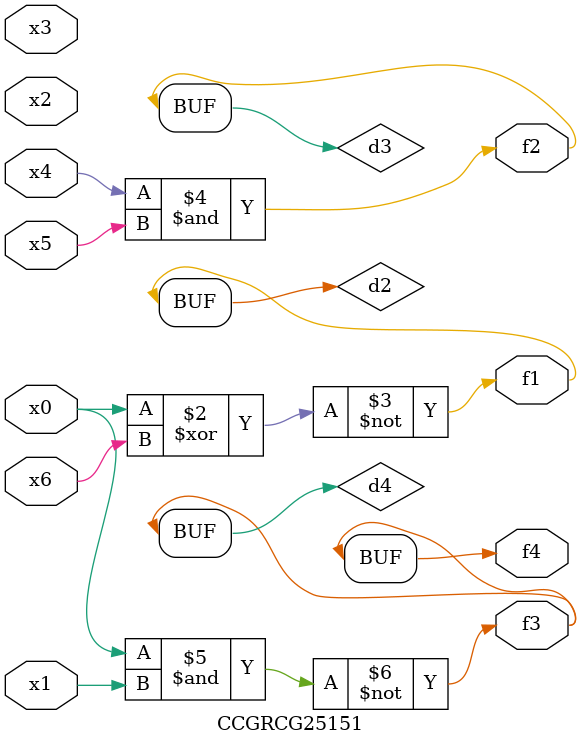
<source format=v>
module CCGRCG25151(
	input x0, x1, x2, x3, x4, x5, x6,
	output f1, f2, f3, f4
);

	wire d1, d2, d3, d4;

	nor (d1, x0);
	xnor (d2, x0, x6);
	and (d3, x4, x5);
	nand (d4, x0, x1);
	assign f1 = d2;
	assign f2 = d3;
	assign f3 = d4;
	assign f4 = d4;
endmodule

</source>
